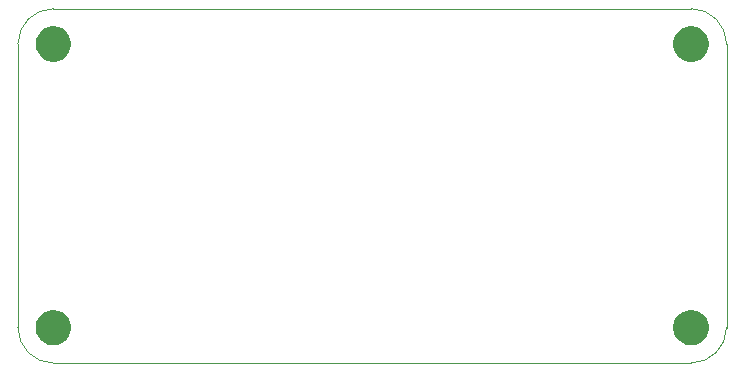
<source format=gbr>
%TF.GenerationSoftware,Altium Limited,Altium Designer,24.7.2 (38)*%
G04 Layer_Color=0*
%FSLAX43Y43*%
%MOMM*%
%TF.SameCoordinates,A6C98B59-F63B-4C8E-8392-574C2285590F*%
%TF.FilePolarity,Positive*%
%TF.FileFunction,Profile,NP*%
%TF.Part,Single*%
G01*
G75*
%TA.AperFunction,Profile*%
%ADD60C,0.025*%
G36*
X55500Y3000D02*
Y2852D01*
X55558Y2562D01*
X55671Y2289D01*
X55835Y2044D01*
X56044Y1835D01*
X56289Y1671D01*
X56562Y1558D01*
X56852Y1500D01*
X57000D01*
X57148D01*
X57438Y1558D01*
X57711Y1671D01*
X57956Y1835D01*
X58165Y2044D01*
X58329Y2289D01*
X58442Y2562D01*
X58500Y2852D01*
Y3000D01*
Y3148D01*
X58442Y3438D01*
X58329Y3711D01*
X58165Y3956D01*
X57956Y4165D01*
X57711Y4329D01*
X57438Y4442D01*
X57148Y4500D01*
X57000D01*
X56852D01*
X56562Y4442D01*
X56289Y4329D01*
X56044Y4165D01*
X55835Y3956D01*
X55671Y3711D01*
X55558Y3438D01*
X55500Y3148D01*
Y3000D01*
D01*
D02*
G37*
G36*
Y27000D02*
Y26852D01*
X55558Y26562D01*
X55671Y26289D01*
X55835Y26044D01*
X56044Y25835D01*
X56289Y25671D01*
X56562Y25558D01*
X56852Y25500D01*
X57000D01*
X57148D01*
X57438Y25558D01*
X57711Y25671D01*
X57956Y25835D01*
X58165Y26044D01*
X58329Y26289D01*
X58442Y26562D01*
X58500Y26852D01*
Y27000D01*
Y27148D01*
X58442Y27438D01*
X58329Y27711D01*
X58165Y27956D01*
X57956Y28165D01*
X57711Y28329D01*
X57438Y28442D01*
X57148Y28500D01*
X57000D01*
X56852D01*
X56562Y28442D01*
X56289Y28329D01*
X56044Y28165D01*
X55835Y27956D01*
X55671Y27711D01*
X55558Y27438D01*
X55500Y27148D01*
Y27000D01*
D01*
D02*
G37*
G36*
X1500D02*
Y26852D01*
X1558Y26562D01*
X1671Y26289D01*
X1835Y26044D01*
X2044Y25835D01*
X2289Y25671D01*
X2562Y25558D01*
X2852Y25500D01*
X3000D01*
X3148D01*
X3438Y25558D01*
X3711Y25671D01*
X3956Y25835D01*
X4165Y26044D01*
X4329Y26289D01*
X4442Y26562D01*
X4500Y26852D01*
Y27000D01*
Y27148D01*
X4442Y27438D01*
X4329Y27711D01*
X4165Y27956D01*
X3956Y28165D01*
X3711Y28329D01*
X3438Y28442D01*
X3148Y28500D01*
X3000D01*
X2852D01*
X2562Y28442D01*
X2289Y28329D01*
X2044Y28165D01*
X1835Y27956D01*
X1671Y27711D01*
X1558Y27438D01*
X1500Y27148D01*
Y27000D01*
D01*
D02*
G37*
G36*
Y3000D02*
Y2852D01*
X1558Y2562D01*
X1671Y2289D01*
X1835Y2044D01*
X2044Y1835D01*
X2289Y1671D01*
X2562Y1558D01*
X2852Y1500D01*
X3000D01*
X3148D01*
X3438Y1558D01*
X3711Y1671D01*
X3956Y1835D01*
X4165Y2044D01*
X4329Y2289D01*
X4442Y2562D01*
X4500Y2852D01*
Y3000D01*
Y3148D01*
X4442Y3438D01*
X4329Y3711D01*
X4165Y3956D01*
X3956Y4165D01*
X3711Y4329D01*
X3438Y4442D01*
X3148Y4500D01*
X3000D01*
X2852D01*
X2562Y4442D01*
X2289Y4329D01*
X2044Y4165D01*
X1835Y3956D01*
X1671Y3711D01*
X1558Y3438D01*
X1500Y3148D01*
Y3000D01*
D01*
D02*
G37*
D60*
X0D02*
X-0Y27000D01*
D02*
G02*
X3000Y30000I3000J-0D01*
G01*
X2963Y30000D01*
X57000D01*
D02*
G02*
X60000Y27000I-0J-3000D01*
G01*
X60000Y3050D01*
X60000Y3000D01*
D02*
G02*
X57000Y0I-3000J0D01*
G01*
X2999Y-0D01*
X3000Y0D01*
D02*
G02*
X0Y3000I0J3000D01*
G01*
%TF.MD5,2c3963d177d054aa20893e234c14e800*%
M02*

</source>
